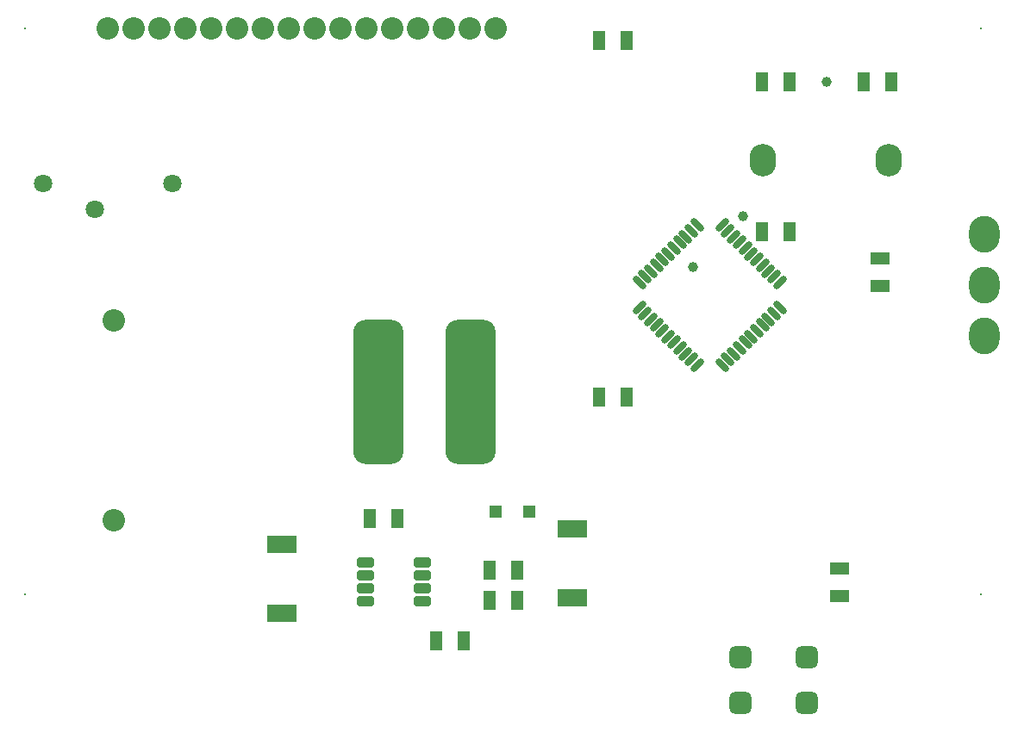
<source format=gbs>
G04 Layer_Color=16711935*
%FSLAX44Y44*%
%MOMM*%
G71*
G01*
G75*
G04:AMPARAMS|DCode=30|XSize=2.2032mm|YSize=2.2032mm|CornerRadius=0.6016mm|HoleSize=0mm|Usage=FLASHONLY|Rotation=0.000|XOffset=0mm|YOffset=0mm|HoleType=Round|Shape=RoundedRectangle|*
%AMROUNDEDRECTD30*
21,1,2.2032,1.0000,0,0,0.0*
21,1,1.0000,2.2032,0,0,0.0*
1,1,1.2032,0.5000,-0.5000*
1,1,1.2032,-0.5000,-0.5000*
1,1,1.2032,-0.5000,0.5000*
1,1,1.2032,0.5000,0.5000*
%
%ADD30ROUNDEDRECTD30*%
%ADD31O,2.6032X3.2032*%
%ADD32C,1.8032*%
%ADD33C,2.2032*%
%ADD34C,0.2032*%
%ADD35O,3.0032X3.6032*%
%ADD36C,1.0032*%
%ADD37R,1.3032X1.9032*%
%ADD38R,1.9032X1.3032*%
G04:AMPARAMS|DCode=39|XSize=0.7032mm|YSize=1.6032mm|CornerRadius=0mm|HoleSize=0mm|Usage=FLASHONLY|Rotation=45.000|XOffset=0mm|YOffset=0mm|HoleType=Round|Shape=Round|*
%AMOVALD39*
21,1,0.9000,0.7032,0.0000,0.0000,135.0*
1,1,0.7032,0.3182,-0.3182*
1,1,0.7032,-0.3182,0.3182*
%
%ADD39OVALD39*%

G04:AMPARAMS|DCode=40|XSize=0.7032mm|YSize=1.6032mm|CornerRadius=0mm|HoleSize=0mm|Usage=FLASHONLY|Rotation=315.000|XOffset=0mm|YOffset=0mm|HoleType=Round|Shape=Round|*
%AMOVALD40*
21,1,0.9000,0.7032,0.0000,0.0000,45.0*
1,1,0.7032,-0.3182,-0.3182*
1,1,0.7032,0.3182,0.3182*
%
%ADD40OVALD40*%

%ADD41R,3.0032X1.8032*%
%ADD42R,1.1532X1.1532*%
G04:AMPARAMS|DCode=43|XSize=14.2032mm|YSize=4.9532mm|CornerRadius=1.2891mm|HoleSize=0mm|Usage=FLASHONLY|Rotation=90.000|XOffset=0mm|YOffset=0mm|HoleType=Round|Shape=RoundedRectangle|*
%AMROUNDEDRECTD43*
21,1,14.2032,2.3750,0,0,90.0*
21,1,11.6250,4.9532,0,0,90.0*
1,1,2.5782,1.1875,5.8125*
1,1,2.5782,1.1875,-5.8125*
1,1,2.5782,-1.1875,-5.8125*
1,1,2.5782,-1.1875,5.8125*
%
%ADD43ROUNDEDRECTD43*%
G04:AMPARAMS|DCode=44|XSize=1.0052mm|YSize=1.7082mm|CornerRadius=0.3021mm|HoleSize=0mm|Usage=FLASHONLY|Rotation=90.000|XOffset=0mm|YOffset=0mm|HoleType=Round|Shape=RoundedRectangle|*
%AMROUNDEDRECTD44*
21,1,1.0052,1.1040,0,0,90.0*
21,1,0.4010,1.7082,0,0,90.0*
1,1,0.6042,0.5520,0.2005*
1,1,0.6042,0.5520,-0.2005*
1,1,0.6042,-0.5520,-0.2005*
1,1,0.6042,-0.5520,0.2005*
%
%ADD44ROUNDEDRECTD44*%
D30*
X755250Y113859D02*
D03*
Y68859D02*
D03*
X820250D02*
D03*
X820250Y113859D02*
D03*
D31*
X900900Y602500D02*
D03*
X777500D02*
D03*
D32*
X197000Y580000D02*
D03*
X70000D02*
D03*
X120800Y554600D02*
D03*
D33*
X140000Y445000D02*
D03*
Y249000D02*
D03*
X261300Y732500D02*
D03*
X286700D02*
D03*
X312100D02*
D03*
X235900D02*
D03*
X185100D02*
D03*
X210500D02*
D03*
X159700D02*
D03*
X134300D02*
D03*
X464500D02*
D03*
X489900D02*
D03*
X515300D02*
D03*
X439100D02*
D03*
X388300D02*
D03*
X413700D02*
D03*
X362900D02*
D03*
X337500D02*
D03*
D34*
X53020D02*
D03*
X991550Y732500D02*
D03*
X991550Y176240D02*
D03*
X53020D02*
D03*
D35*
X995000Y530000D02*
D03*
Y480000D02*
D03*
Y430000D02*
D03*
D36*
X757500Y547500D02*
D03*
X840000Y680000D02*
D03*
X708814Y497500D02*
D03*
D37*
X803500Y532500D02*
D03*
X776500D02*
D03*
X643500Y720000D02*
D03*
X616500D02*
D03*
X876500Y680000D02*
D03*
X903500D02*
D03*
X803500D02*
D03*
X776500D02*
D03*
X643500Y370000D02*
D03*
X616500D02*
D03*
X536000Y170000D02*
D03*
X509000D02*
D03*
X536000Y200000D02*
D03*
X509000D02*
D03*
X391500Y250000D02*
D03*
X418500D02*
D03*
X483500Y130000D02*
D03*
X456500D02*
D03*
D38*
X852500Y174000D02*
D03*
Y201000D02*
D03*
X892500Y479000D02*
D03*
Y506000D02*
D03*
D39*
X737374Y401057D02*
D03*
X743031Y406714D02*
D03*
X748688Y412371D02*
D03*
X754345Y418028D02*
D03*
X760002Y423685D02*
D03*
X765659Y429341D02*
D03*
X771316Y434998D02*
D03*
X776972Y440655D02*
D03*
X782629Y446312D02*
D03*
X788286Y451969D02*
D03*
X793943Y457626D02*
D03*
X712626Y538943D02*
D03*
X706969Y533286D02*
D03*
X701312Y527629D02*
D03*
X695655Y521972D02*
D03*
X689998Y516315D02*
D03*
X684341Y510659D02*
D03*
X678684Y505002D02*
D03*
X673028Y499345D02*
D03*
X667371Y493688D02*
D03*
X661714Y488031D02*
D03*
X656057Y482374D02*
D03*
D40*
X793943D02*
D03*
X788286Y488031D02*
D03*
X782629Y493688D02*
D03*
X776972Y499345D02*
D03*
X771316Y505002D02*
D03*
X765659Y510659D02*
D03*
X760002Y516315D02*
D03*
X754345Y521972D02*
D03*
X748688Y527629D02*
D03*
X743031Y533286D02*
D03*
X737374Y538943D02*
D03*
X656057Y457626D02*
D03*
X661714Y451969D02*
D03*
X667371Y446312D02*
D03*
X673028Y440655D02*
D03*
X678684Y434998D02*
D03*
X684341Y429341D02*
D03*
X689998Y423685D02*
D03*
X695655Y418028D02*
D03*
X701312Y412371D02*
D03*
X706969Y406714D02*
D03*
X712626Y401057D02*
D03*
D41*
X590000Y172690D02*
D03*
Y240000D02*
D03*
X305000Y224810D02*
D03*
Y157500D02*
D03*
D42*
X547500Y257500D02*
D03*
X514840D02*
D03*
D43*
X490360Y375000D02*
D03*
X399640D02*
D03*
D44*
X387000Y207500D02*
D03*
Y194800D02*
D03*
X387000Y169400D02*
D03*
X387000Y182100D02*
D03*
X442620D02*
D03*
X442620Y169400D02*
D03*
X442620Y194800D02*
D03*
Y207500D02*
D03*
M02*

</source>
